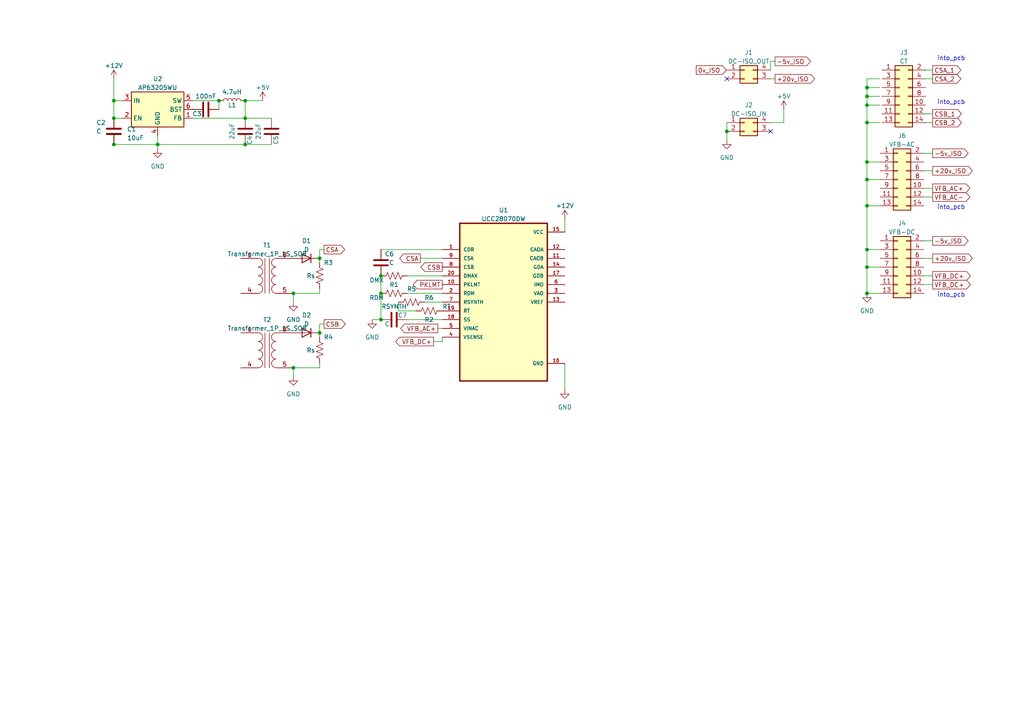
<source format=kicad_sch>
(kicad_sch (version 20230121) (generator eeschema)
  (paper "A4")
  (lib_symbols
    (symbol "Connector_Generic:Conn_02x02_Counter_Clockwise" (pin_names (offset 1.016) hide)
      (property "Reference" "J" (at 1.27 2.54 0))
      (property "Value" "Conn_02x02_Counter_Clockwise" (at 1.27 -5.08 0))
      (symbol "Conn_02x02_Counter_Clockwise_1_1"
        (rectangle (start -1.27 -2.413) (end 0 -2.667) (stroke (width 0.1524)))
        (rectangle (start -1.27 0.127) (end 0 -0.127) (stroke (width 0.1524)))
        (rectangle (start -1.27 1.27) (end 3.81 -3.81) (stroke (width 0.254)) (fill (type background)))
        (rectangle (start 3.81 -2.413) (end 2.54 -2.667) (stroke (width 0.1524)))
        (rectangle (start 3.81 0.127) (end 2.54 -0.127) (stroke (width 0.1524)))
        (pin passive line (at -5.08 0 0) (length 3.81) (name "Pin_1") (number "1"))
        (pin passive line (at -5.08 -2.54 0) (length 3.81) (name "Pin_2") (number "2"))
        (pin passive line (at 7.62 -2.54 180) (length 3.81) (name "Pin_3") (number "3"))
        (pin passive line (at 7.62 0 180) (length 3.81) (name "Pin_4") (number "4"))
      )
    )
    (symbol "Connector_Generic:Conn_02x07_Odd_Even" (pin_names (offset 1.016) hide)
      (property "Reference" "J" (at 1.27 10.16 0))
      (property "Value" "Conn_02x07_Odd_Even" (at 1.27 -10.16 0))
      (symbol "Conn_02x07_Odd_Even_1_1"
        (rectangle (start -1.27 -7.493) (end 0 -7.747) (stroke (width 0.1524)))
        (rectangle (start -1.27 -4.953) (end 0 -5.207) (stroke (width 0.1524)))
        (rectangle (start -1.27 -2.413) (end 0 -2.667) (stroke (width 0.1524)))
        (rectangle (start -1.27 0.127) (end 0 -0.127) (stroke (width 0.1524)))
        (rectangle (start -1.27 2.667) (end 0 2.413) (stroke (width 0.1524)))
        (rectangle (start -1.27 5.207) (end 0 4.953) (stroke (width 0.1524)))
        (rectangle (start -1.27 7.747) (end 0 7.493) (stroke (width 0.1524)))
        (rectangle (start -1.27 8.89) (end 3.81 -8.89) (stroke (width 0.254)) (fill (type background)))
        (rectangle (start 3.81 -7.493) (end 2.54 -7.747) (stroke (width 0.1524)))
        (rectangle (start 3.81 -4.953) (end 2.54 -5.207) (stroke (width 0.1524)))
        (rectangle (start 3.81 -2.413) (end 2.54 -2.667) (stroke (width 0.1524)))
        (rectangle (start 3.81 0.127) (end 2.54 -0.127) (stroke (width 0.1524)))
        (rectangle (start 3.81 2.667) (end 2.54 2.413) (stroke (width 0.1524)))
        (rectangle (start 3.81 5.207) (end 2.54 4.953) (stroke (width 0.1524)))
        (rectangle (start 3.81 7.747) (end 2.54 7.493) (stroke (width 0.1524)))
        (pin passive line (at -5.08 7.62 0) (length 3.81) (name "Pin_1") (number "1"))
        (pin passive line (at 7.62 -2.54 180) (length 3.81) (name "Pin_10") (number "10"))
        (pin passive line (at -5.08 -5.08 0) (length 3.81) (name "Pin_11") (number "11"))
        (pin passive line (at 7.62 -5.08 180) (length 3.81) (name "Pin_12") (number "12"))
        (pin passive line (at -5.08 -7.62 0) (length 3.81) (name "Pin_13") (number "13"))
        (pin passive line (at 7.62 -7.62 180) (length 3.81) (name "Pin_14") (number "14"))
        (pin passive line (at 7.62 7.62 180) (length 3.81) (name "Pin_2") (number "2"))
        (pin passive line (at -5.08 5.08 0) (length 3.81) (name "Pin_3") (number "3"))
        (pin passive line (at 7.62 5.08 180) (length 3.81) (name "Pin_4") (number "4"))
        (pin passive line (at -5.08 2.54 0) (length 3.81) (name "Pin_5") (number "5"))
        (pin passive line (at 7.62 2.54 180) (length 3.81) (name "Pin_6") (number "6"))
        (pin passive line (at -5.08 0 0) (length 3.81) (name "Pin_7") (number "7"))
        (pin passive line (at 7.62 0 180) (length 3.81) (name "Pin_8") (number "8"))
        (pin passive line (at -5.08 -2.54 0) (length 3.81) (name "Pin_9") (number "9"))
      )
    )
    (symbol "Device:C" (pin_numbers hide) (pin_names (offset 0.254))
      (property "Reference" "C" (at 0.635 2.54 0))
      (property "Value" "C" (at 0.635 -2.54 0))
      (symbol "C_0_1"
        (polyline (pts (xy -2.032 -0.762) (xy 2.032 -0.762)) (stroke (width 0.508)))
        (polyline (pts (xy -2.032 0.762) (xy 2.032 0.762)) (stroke (width 0.508)))
      )
      (symbol "C_1_1"
        (pin passive line (at 0 3.81 270) (length 2.794) (name "~") (number "1"))
        (pin passive line (at 0 -3.81 90) (length 2.794) (name "~") (number "2"))
      )
    )
    (symbol "Device:D" (pin_numbers hide) (pin_names (offset 1.016) hide)
      (property "Reference" "D" (at 0 2.54 0))
      (property "Value" "D" (at 0 -2.54 0))
      (symbol "D_0_1"
        (polyline (pts (xy -1.27 1.27) (xy -1.27 -1.27)) (stroke (width 0.254)))
        (polyline (pts (xy 1.27 0) (xy -1.27 0)))
        (polyline (pts (xy 1.27 1.27) (xy 1.27 -1.27) (xy -1.27 0) (xy 1.27 1.27)) (stroke (width 0.254)))
      )
      (symbol "D_1_1"
        (pin passive line (at -3.81 0 0) (length 2.54) (name "K") (number "1"))
        (pin passive line (at 3.81 0 180) (length 2.54) (name "A") (number "2"))
      )
    )
    (symbol "Device:L" (pin_numbers hide) (pin_names (offset 1.016) hide)
      (property "Reference" "L" (at -1.27 0 90))
      (property "Value" "L" (at 1.905 0 90))
      (symbol "L_0_1"
        (arc (start 0 -2.54) (mid 0.6323 -1.905) (end 0 -1.27))
        (arc (start 0 -1.27) (mid 0.6323 -0.635) (end 0 0))
        (arc (start 0 0) (mid 0.6323 0.635) (end 0 1.27))
        (arc (start 0 1.27) (mid 0.6323 1.905) (end 0 2.54))
      )
      (symbol "L_1_1"
        (pin passive line (at 0 3.81 270) (length 1.27) (name "1") (number "1"))
        (pin passive line (at 0 -3.81 90) (length 1.27) (name "2") (number "2"))
      )
    )
    (symbol "Device:R_US" (pin_numbers hide) (pin_names (offset 0))
      (property "Reference" "R" (at 2.54 0 90))
      (property "Value" "R_US" (at -2.54 0 90))
      (symbol "R_US_0_1"
        (polyline (pts (xy 0 -2.286) (xy 0 -2.54)))
        (polyline (pts (xy 0 2.286) (xy 0 2.54)))
        (polyline (pts (xy 0 -0.762) (xy 1.016 -1.143) (xy 0 -1.524) (xy -1.016 -1.905) (xy 0 -2.286)))
        (polyline (pts (xy 0 0.762) (xy 1.016 0.381) (xy 0 0) (xy -1.016 -0.381) (xy 0 -0.762)))
        (polyline (pts (xy 0 2.286) (xy 1.016 1.905) (xy 0 1.524) (xy -1.016 1.143) (xy 0 0.762)))
      )
      (symbol "R_US_1_1"
        (pin passive line (at 0 3.81 270) (length 1.27) (name "~") (number "1"))
        (pin passive line (at 0 -3.81 90) (length 1.27) (name "~") (number "2"))
      )
    )
    (symbol "Device:Transformer_1P_1S_SO8" (pin_names (offset 1.016) hide)
      (property "Reference" "T" (at 0 6.35 0))
      (property "Value" "Transformer_1P_1S_SO8" (at 0 -7.62 0))
      (symbol "Transformer_1P_1S_SO8_0_1"
        (arc (start -2.54 -5.0546) (mid -1.6599 -4.6901) (end -1.27 -3.81))
        (arc (start -2.54 -2.5146) (mid -1.6599 -2.1501) (end -1.27 -1.27))
        (arc (start -2.54 0.0254) (mid -1.6599 0.3899) (end -1.27 1.27))
        (arc (start -2.54 2.5654) (mid -1.6599 2.9299) (end -1.27 3.81))
        (arc (start -1.27 -3.81) (mid -1.642 -2.912) (end -2.54 -2.54))
        (arc (start -1.27 -1.27) (mid -1.642 -0.372) (end -2.54 0))
        (arc (start -1.27 1.27) (mid -1.642 2.168) (end -2.54 2.54))
        (arc (start -1.27 3.81) (mid -1.642 4.708) (end -2.54 5.08))
        (polyline (pts (xy -0.635 5.08) (xy -0.635 -5.08)))
        (polyline (pts (xy 0.635 -5.08) (xy 0.635 5.08)))
        (arc (start 1.2954 -1.27) (mid 1.6599 -2.1501) (end 2.54 -2.5146))
        (arc (start 1.2954 1.27) (mid 1.6599 0.3899) (end 2.54 0.0254))
        (arc (start 1.2954 3.81) (mid 1.6599 2.9299) (end 2.54 2.5654))
        (arc (start 1.3208 -3.81) (mid 1.6853 -4.6901) (end 2.5654 -5.0546))
        (arc (start 2.54 0) (mid 1.642 -0.372) (end 1.2954 -1.27))
        (arc (start 2.54 2.54) (mid 1.642 2.168) (end 1.2954 1.27))
        (arc (start 2.54 5.08) (mid 1.642 4.708) (end 1.2954 3.81))
        (arc (start 2.5654 -2.54) (mid 1.6674 -2.912) (end 1.3208 -3.81))
      )
      (symbol "Transformer_1P_1S_SO8_1_1"
        (pin passive line (at -7.62 5.08 0) (length 5.08) (name "AA") (number "1"))
        (pin passive line (at -7.62 -5.08 0) (length 5.08) (name "AB") (number "4"))
        (pin passive line (at 7.62 -5.08 180) (length 5.08) (name "SA") (number "5"))
        (pin passive line (at 7.62 5.08 180) (length 5.08) (name "SB") (number "8"))
      )
    )
    (symbol "Regulator_Switching:AP63205WU"
      (property "Reference" "U" (at -7.62 6.35 0))
      (property "Value" "AP63205WU" (at 2.54 6.35 0))
      (symbol "AP63205WU_0_1"
        (rectangle (start -7.62 5.08) (end 7.62 -5.08) (stroke (width 0.254)) (fill (type background)))
      )
      (symbol "AP63205WU_1_1"
        (pin input line (at 10.16 -2.54 180) (length 2.54) (name "FB") (number "1"))
        (pin input line (at -10.16 -2.54 0) (length 2.54) (name "EN") (number "2"))
        (pin power_in line (at -10.16 2.54 0) (length 2.54) (name "IN") (number "3"))
        (pin power_in line (at 0 -7.62 90) (length 2.54) (name "GND") (number "4"))
        (pin output line (at 10.16 2.54 180) (length 2.54) (name "SW") (number "5"))
        (pin passive line (at 10.16 0 180) (length 2.54) (name "BST") (number "6"))
      )
    )
    (symbol "UCC28070:UCC28070DW" (pin_names (offset 1.016))
      (property "Reference" "U" (at -12.7 23.86 0))
      (property "Value" "UCC28070DW" (at -12.7 -26.86 0))
      (symbol "UCC28070DW_0_0"
        (rectangle (start -12.7 -22.86) (end 12.7 22.86) (stroke (width 0.41)) (fill (type background)))
        (pin input line (at -17.78 15.24 0) (length 5.08) (name "CDR") (number "1"))
        (pin input line (at -17.78 5.08 0) (length 5.08) (name "PKLMT") (number "10"))
        (pin output line (at 17.78 12.7 180) (length 5.08) (name "CAOB") (number "11"))
        (pin output line (at 17.78 15.24 180) (length 5.08) (name "CAOA") (number "12"))
        (pin output line (at 17.78 0 180) (length 5.08) (name "VREF") (number "13"))
        (pin output line (at 17.78 10.16 180) (length 5.08) (name "GDA") (number "14"))
        (pin power_in line (at 17.78 20.32 180) (length 5.08) (name "VCC") (number "15"))
        (pin power_in line (at 17.78 -17.78 180) (length 5.08) (name "GND") (number "16"))
        (pin output line (at 17.78 7.62 180) (length 5.08) (name "GDB") (number "17"))
        (pin input line (at -17.78 -5.08 0) (length 5.08) (name "SS") (number "18"))
        (pin input line (at -17.78 -2.54 0) (length 5.08) (name "RT") (number "19"))
        (pin input line (at -17.78 2.54 0) (length 5.08) (name "RDM") (number "2"))
        (pin input line (at -17.78 7.62 0) (length 5.08) (name "DMAX") (number "20"))
        (pin output line (at 17.78 2.54 180) (length 5.08) (name "VAO") (number "3"))
        (pin input line (at -17.78 -10.16 0) (length 5.08) (name "VSENSE") (number "4"))
        (pin input line (at -17.78 -7.62 0) (length 5.08) (name "VINAC") (number "5"))
        (pin output line (at 17.78 5.08 180) (length 5.08) (name "IMO") (number "6"))
        (pin input line (at -17.78 0 0) (length 5.08) (name "RSYNTH") (number "7"))
        (pin input line (at -17.78 10.16 0) (length 5.08) (name "CSB") (number "8"))
        (pin input line (at -17.78 12.7 0) (length 5.08) (name "CSA") (number "9"))
      )
    )
    (symbol "power:+12V" (power) (pin_names (offset 0))
      (property "Value" "+12V" (at 0 3.556 0))
      (symbol "+12V_0_1"
        (polyline (pts (xy -0.762 1.27) (xy 0 2.54)))
        (polyline (pts (xy 0 0) (xy 0 2.54)))
        (polyline (pts (xy 0 2.54) (xy 0.762 1.27)))
      )
      (symbol "+12V_1_1"
        (pin power_in line (at 0 0 90) (length 0) hide (name "+12V") (number "1"))
      )
    )
    (symbol "power:+5V" (power) (pin_names (offset 0))
      (property "Value" "+5V" (at 0 3.556 0))
      (symbol "+5V_0_1"
        (polyline (pts (xy -0.762 1.27) (xy 0 2.54)))
        (polyline (pts (xy 0 0) (xy 0 2.54)))
        (polyline (pts (xy 0 2.54) (xy 0.762 1.27)))
      )
      (symbol "+5V_1_1"
        (pin power_in line (at 0 0 90) (length 0) hide (name "+5V") (number "1"))
      )
    )
    (symbol "power:GND" (power) (pin_names (offset 0))
      (property "Value" "GND" (at 0 -3.81 0))
      (symbol "GND_0_1"
        (polyline (pts (xy 0 0) (xy 0 -1.27) (xy 1.27 -1.27) (xy 0 -2.54) (xy -1.27 -1.27) (xy 0 -1.27)))
      )
      (symbol "GND_1_1"
        (pin power_in line (at 0 0 270) (length 0) hide (name "GND") (number "1"))
      )
    )
  )
  (junction (at 110.49 92.71))
  (junction (at 45.72 41.91))
  (junction (at 110.49 85.09))
  (junction (at 33.02 29.21))
  (junction (at 85.09 85.09))
  (junction (at 71.12 29.21))
  (junction (at 251.46 85.09))
  (junction (at 33.02 41.91))
  (junction (at 210.82 38.1))
  (junction (at 251.46 27.94))
  (junction (at 71.12 34.29))
  (junction (at 92.71 96.52))
  (junction (at 85.09 106.68))
  (junction (at 251.46 46.99))
  (junction (at 251.46 30.48))
  (junction (at 92.71 74.93))
  (junction (at 110.49 80.01))
  (junction (at 251.46 52.07))
  (junction (at 251.46 25.4))
  (junction (at 33.02 34.29))
  (junction (at 251.46 72.39))
  (junction (at 251.46 35.56))
  (junction (at 71.12 41.91))
  (junction (at 63.5 29.21))
  (junction (at 251.46 59.69))
  (junction (at 251.46 77.47))
  (no_connect (at 223.52 38.1))
  (no_connect (at 210.82 22.86))
  (wire (pts (xy 251.46 52.07) (xy 255.27 52.07)))
  (wire (pts (xy 45.72 41.91) (xy 71.12 41.91)))
  (wire (pts (xy 270.51 82.55) (xy 267.97 82.55)))
  (wire (pts (xy 92.71 96.52) (xy 92.71 97.79)))
  (wire (pts (xy 110.49 80.01) (xy 110.49 85.09)))
  (wire (pts (xy 71.12 34.29) (xy 55.88 34.29)))
  (wire (pts (xy 270.51 80.01) (xy 267.97 80.01)))
  (wire (pts (xy 255.27 22.86) (xy 251.46 22.86)))
  (wire (pts (xy 33.02 22.86) (xy 33.02 29.21)))
  (wire (pts (xy 33.02 34.29) (xy 33.02 29.21)))
  (wire (pts (xy 110.49 72.39) (xy 128.27 72.39)))
  (wire (pts (xy 71.12 34.29) (xy 78.74 34.29)))
  (wire (pts (xy 270.51 35.56) (xy 267.97 35.56)))
  (wire (pts (xy 251.46 22.86) (xy 251.46 25.4)))
  (wire (pts (xy 251.46 25.4) (xy 251.46 27.94)))
  (wire (pts (xy 33.02 29.21) (xy 35.56 29.21)))
  (wire (pts (xy 45.72 41.91) (xy 45.72 43.18)))
  (wire (pts (xy 270.51 22.86) (xy 267.97 22.86)))
  (wire (pts (xy 92.71 74.93) (xy 92.71 76.2)))
  (wire (pts (xy 223.52 17.78) (xy 223.52 20.32)))
  (wire (pts (xy 251.46 25.4) (xy 255.27 25.4)))
  (wire (pts (xy 267.97 74.93) (xy 270.51 74.93)))
  (wire (pts (xy 71.12 41.91) (xy 78.74 41.91)))
  (wire (pts (xy 45.72 41.91) (xy 45.72 39.37)))
  (wire (pts (xy 92.71 72.39) (xy 92.71 74.93)))
  (wire (pts (xy 118.11 85.09) (xy 128.27 85.09)))
  (wire (pts (xy 163.83 105.41) (xy 163.83 113.03)))
  (wire (pts (xy 267.97 49.53) (xy 270.51 49.53)))
  (wire (pts (xy 118.11 92.71) (xy 128.27 92.71)))
  (wire (pts (xy 125.73 99.06) (xy 128.27 99.06)))
  (wire (pts (xy 85.09 106.68) (xy 85.09 109.22)))
  (wire (pts (xy 251.46 77.47) (xy 251.46 85.09)))
  (wire (pts (xy 92.71 93.98) (xy 92.71 96.52)))
  (wire (pts (xy 251.46 59.69) (xy 255.27 59.69)))
  (wire (pts (xy 251.46 46.99) (xy 251.46 52.07)))
  (wire (pts (xy 92.71 85.09) (xy 92.71 83.82)))
  (wire (pts (xy 71.12 29.21) (xy 76.2 29.21)))
  (wire (pts (xy 223.52 35.56) (xy 227.33 35.56)))
  (wire (pts (xy 267.97 44.45) (xy 270.51 44.45)))
  (wire (pts (xy 35.56 34.29) (xy 33.02 34.29)))
  (wire (pts (xy 251.46 30.48) (xy 255.27 30.48)))
  (wire (pts (xy 127 95.25) (xy 128.27 95.25)))
  (wire (pts (xy 107.95 92.71) (xy 110.49 92.71)))
  (wire (pts (xy 270.51 20.32) (xy 267.97 20.32)))
  (wire (pts (xy 110.49 85.09) (xy 110.49 92.71)))
  (wire (pts (xy 270.51 57.15) (xy 267.97 57.15)))
  (wire (pts (xy 267.97 69.85) (xy 270.51 69.85)))
  (wire (pts (xy 251.46 30.48) (xy 251.46 35.56)))
  (wire (pts (xy 93.98 93.98) (xy 92.71 93.98)))
  (wire (pts (xy 251.46 72.39) (xy 255.27 72.39)))
  (wire (pts (xy 128.27 99.06) (xy 128.27 97.79)))
  (wire (pts (xy 224.79 22.86) (xy 223.52 22.86)))
  (wire (pts (xy 55.88 29.21) (xy 63.5 29.21)))
  (wire (pts (xy 251.46 72.39) (xy 251.46 77.47)))
  (wire (pts (xy 71.12 29.21) (xy 71.12 34.29)))
  (wire (pts (xy 123.19 87.63) (xy 128.27 87.63)))
  (wire (pts (xy 118.11 80.01) (xy 128.27 80.01)))
  (wire (pts (xy 121.92 74.93) (xy 128.27 74.93)))
  (wire (pts (xy 210.82 38.1) (xy 210.82 40.64)))
  (wire (pts (xy 85.09 85.09) (xy 85.09 87.63)))
  (wire (pts (xy 210.82 35.56) (xy 210.82 38.1)))
  (wire (pts (xy 163.83 63.5) (xy 163.83 67.31)))
  (wire (pts (xy 251.46 27.94) (xy 251.46 30.48)))
  (wire (pts (xy 255.27 46.99) (xy 251.46 46.99)))
  (wire (pts (xy 85.09 106.68) (xy 92.71 106.68)))
  (wire (pts (xy 63.5 29.21) (xy 63.5 31.75)))
  (wire (pts (xy 270.51 33.02) (xy 267.97 33.02)))
  (wire (pts (xy 224.79 17.78) (xy 223.52 17.78)))
  (wire (pts (xy 92.71 106.68) (xy 92.71 105.41)))
  (wire (pts (xy 251.46 35.56) (xy 251.46 46.99)))
  (wire (pts (xy 115.57 90.17) (xy 120.65 90.17)))
  (wire (pts (xy 251.46 77.47) (xy 255.27 77.47)))
  (wire (pts (xy 251.46 52.07) (xy 251.46 59.69)))
  (wire (pts (xy 251.46 35.56) (xy 255.27 35.56)))
  (wire (pts (xy 85.09 85.09) (xy 92.71 85.09)))
  (wire (pts (xy 270.51 54.61) (xy 267.97 54.61)))
  (wire (pts (xy 93.98 72.39) (xy 92.71 72.39)))
  (wire (pts (xy 227.33 35.56) (xy 227.33 31.75)))
  (wire (pts (xy 251.46 85.09) (xy 255.27 85.09)))
  (wire (pts (xy 251.46 59.69) (xy 251.46 72.39)))
  (wire (pts (xy 115.57 87.63) (xy 115.57 90.17)))
  (wire (pts (xy 251.46 27.94) (xy 255.27 27.94)))
  (wire (pts (xy 33.02 41.91) (xy 45.72 41.91)))
  (text "into_pcb" (at 271.78 30.48 0) (effects (font (size 1.27 1.27)) (justify left bottom)))
  (text "into_pcb" (at 271.78 17.78 0) (effects (font (size 1.27 1.27)) (justify left bottom)))
  (text "into_pcb" (at 271.78 86.36 0) (effects (font (size 1.27 1.27)) (justify left bottom)))
  (text "into_pcb" (at 271.78 60.96 0) (effects (font (size 1.27 1.27)) (justify left bottom)))
  (global_label "+20v_ISO" (shape output) (at 224.79 22.86 0) (property "Intersheetrefs" "${INTERSHEET_REFS}" (effects hide)))
  (global_label "-5v_ISO" (shape output) (at 224.79 17.78 0) (property "Intersheetrefs" "${INTERSHEET_REFS}" (effects hide)))
  (global_label "VFB_DC+" (shape output) (at 270.51 82.55 0) (property "Intersheetrefs" "${INTERSHEET_REFS}" (effects hide)))
  (global_label "CSB_1" (shape output) (at 270.51 33.02 0) (property "Intersheetrefs" "${INTERSHEET_REFS}" (effects hide)))
  (global_label "+20v_ISO" (shape output) (at 270.51 74.93 0) (property "Intersheetrefs" "${INTERSHEET_REFS}" (effects hide)))
  (global_label "VFB_AC+" (shape output) (at 127 95.25 180) (property "Intersheetrefs" "${INTERSHEET_REFS}" (effects hide)))
  (global_label "VFB_DC+" (shape output) (at 270.51 80.01 0) (property "Intersheetrefs" "${INTERSHEET_REFS}" (effects hide)))
  (global_label "CSB" (shape output) (at 93.98 93.98 0) (property "Intersheetrefs" "${INTERSHEET_REFS}" (effects hide)))
  (global_label "CSA" (shape output) (at 121.92 74.93 180) (property "Intersheetrefs" "${INTERSHEET_REFS}" (effects hide)))
  (global_label "CSA_1" (shape output) (at 270.51 20.32 0) (property "Intersheetrefs" "${INTERSHEET_REFS}" (effects hide)))
  (global_label "CSA_2" (shape output) (at 270.51 22.86 0) (property "Intersheetrefs" "${INTERSHEET_REFS}" (effects hide)))
  (global_label "CSB_2" (shape output) (at 270.51 35.56 0) (property "Intersheetrefs" "${INTERSHEET_REFS}" (effects hide)))
  (global_label "-5v_ISO" (shape output) (at 270.51 44.45 0) (property "Intersheetrefs" "${INTERSHEET_REFS}" (effects hide)))
  (global_label "PKLMT" (shape output) (at 128.27 82.55 180) (property "Intersheetrefs" "${INTERSHEET_REFS}" (effects hide)))
  (global_label "-5v_ISO" (shape output) (at 270.51 69.85 0) (property "Intersheetrefs" "${INTERSHEET_REFS}" (effects hide)))
  (global_label "0v_ISO" (shape output) (at 201.93 20.32 0) (property "Intersheetrefs" "${INTERSHEET_REFS}" (effects hide)))
  (global_label "VFB_DC+" (shape output) (at 125.73 99.06 180) (property "Intersheetrefs" "${INTERSHEET_REFS}" (effects hide)))
  (global_label "VFB_AC-" (shape output) (at 270.51 57.15 0) (property "Intersheetrefs" "${INTERSHEET_REFS}" (effects hide)))
  (global_label "CSB" (shape output) (at 128.27 77.47 180) (property "Intersheetrefs" "${INTERSHEET_REFS}" (effects hide)))
  (global_label "VFB_AC+" (shape output) (at 270.51 54.61 0) (property "Intersheetrefs" "${INTERSHEET_REFS}" (effects hide)))
  (global_label "+20v_ISO" (shape output) (at 270.51 49.53 0) (property "Intersheetrefs" "${INTERSHEET_REFS}" (effects hide)))
  (global_label "CSA" (shape output) (at 93.98 72.39 0) (property "Intersheetrefs" "${INTERSHEET_REFS}" (effects hide)))
  (symbol (lib_id "Device:D") (at 88.9 74.93 180) (unit 1)
    (property "Reference" "D1" (at 88.9 69.85 0))
    (property "Value" "D" (at 88.9 72.39 0))
    (property "Sim.Device" "D" (effects hide))
    (property "Sim.Pins" "1=K 2=A" (effects hide))
  )
  (symbol (lib_id "power:GND") (at 210.82 40.64 0) (unit 1)
    (property "Reference" "#PWR02" (effects hide))
    (property "Value" "GND" (at 210.82 45.72 0))
  )
  (symbol (lib_id "Device:R_US") (at 124.46 90.17 270) (unit 1)
    (property "Reference" "R2" (at 124.46 92.71 90))
    (property "Value" "RT" (at 129.54 88.9 90))
  )
  (symbol (lib_id "Device:C") (at 110.49 76.2 180) (unit 1)
    (property "Reference" "C6" (at 114.3 73.66 0) (effects (justify left)))
    (property "Value" "C" (at 114.3 76.2 0) (effects (justify left)))
  )
  (symbol (lib_id "Device:Transformer_1P_1S_SO8") (at 77.47 101.6 0) (unit 1)
    (property "Reference" "T2" (at 77.4827 92.71 0))
    (property "Value" "Transformer_1P_1S_SO8" (at 77.4827 95.25 0))
  )
  (symbol (lib_id "power:GND") (at 107.95 92.71 0) (unit 1)
    (property "Reference" "#PWR011" (effects hide))
    (property "Value" "GND" (at 107.95 97.79 0))
  )
  (symbol (lib_id "Connector_Generic:Conn_02x07_Odd_Even") (at 260.8681 27.9355 0) (unit 1)
    (property "Reference" "J3" (at 262.1381 15.2355 0))
    (property "Value" "CT" (at 262.1381 17.7755 0))
  )
  (symbol (lib_id "Connector_Generic:Conn_02x07_Odd_Even") (at 260.35 52.07 0) (unit 1)
    (property "Reference" "J6" (at 261.62 39.37 0))
    (property "Value" "VFB-AC" (at 261.62 41.91 0))
  )
  (symbol (lib_id "power:GND") (at 251.46 85.09 0) (unit 1)
    (property "Reference" "#PWR07" (effects hide))
    (property "Value" "GND" (at 251.46 90.17 0))
  )
  (symbol (lib_id "Regulator_Switching:AP63205WU") (at 45.72 31.75 0) (unit 1)
    (property "Reference" "U2" (at 45.72 22.86 0))
    (property "Value" "AP63205WU" (at 45.72 25.4 0))
    (property "Footprint" "Package_TO_SOT_SMD:TSOT-23-6" (effects hide))
    (property "Datasheet" "https://www.diodes.com/assets/Datasheets/AP63200-AP63201-AP63203-AP63205.pdf" (effects hide))
  )
  (symbol (lib_id "Device:R_US") (at 114.3 85.09 270) (unit 1)
    (property "Reference" "R5" (at 119.38 83.82 90))
    (property "Value" "RDM" (at 109.22 86.36 90))
  )
  (symbol (lib_id "Device:C") (at 78.74 38.1 180) (unit 1)
    (property "Reference" "C5" (at 80.01 40.64 90))
    (property "Value" "22uF" (at 74.93 38.1 90))
  )
  (symbol (lib_id "power:GND") (at 45.72 43.18 0) (unit 1)
    (property "Reference" "#PWR04" (effects hide))
    (property "Value" "GND" (at 45.72 48.26 0))
  )
  (symbol (lib_id "Device:D") (at 88.9 96.52 180) (unit 1)
    (property "Reference" "D2" (at 88.9 91.44 0))
    (property "Value" "D" (at 88.9 93.98 0))
    (property "Sim.Device" "D" (effects hide))
    (property "Sim.Pins" "1=K 2=A" (effects hide))
  )
  (symbol (lib_id "Device:C") (at 33.02 38.1 0) (unit 1)
    (property "Reference" "C2" (at 27.94 35.56 0) (effects (justify left)))
    (property "Value" "C" (at 27.94 38.1 0) (effects (justify left)))
  )
  (symbol (lib_id "Connector_Generic:Conn_02x07_Odd_Even") (at 260.35 77.47 0) (unit 1)
    (property "Reference" "J4" (at 261.62 64.77 0))
    (property "Value" "VFB-DC" (at 261.62 67.31 0))
  )
  (symbol (lib_id "power:+5V") (at 227.33 31.75 0) (unit 1)
    (property "Reference" "#PWR05" (effects hide))
    (property "Value" "+5V" (at 227.33 27.94 0))
  )
  (symbol (lib_id "power:GND") (at 85.09 87.63 0) (unit 1)
    (property "Reference" "#PWR09" (effects hide))
    (property "Value" "GND" (at 85.09 92.71 0))
  )
  (symbol (lib_id "power:GND") (at 163.83 113.03 0) (unit 1)
    (property "Reference" "#PWR08" (effects hide))
    (property "Value" "GND" (at 163.83 118.11 0))
  )
  (symbol (lib_id "power:GND") (at 85.09 109.22 0) (unit 1)
    (property "Reference" "#PWR010" (effects hide))
    (property "Value" "GND" (at 85.09 114.3 0))
  )
  (symbol (lib_id "Device:Transformer_1P_1S_SO8") (at 77.47 80.01 0) (unit 1)
    (property "Reference" "T1" (at 77.4827 71.12 0))
    (property "Value" "Transformer_1P_1S_SO8" (at 77.4827 73.66 0))
  )
  (symbol (lib_id "Device:R_US") (at 92.71 80.01 0) (unit 1)
    (property "Reference" "R3" (at 95.25 76.2 0))
    (property "Value" "Rs" (at 90.17 80.01 0))
  )
  (symbol (lib_id "power:+5V") (at 76.2 29.21 0) (unit 1)
    (property "Reference" "#PWR01" (effects hide))
    (property "Value" "+5V" (at 76.2 25.4 0))
  )
  (symbol (lib_id "Device:R_US") (at 119.38 87.63 270) (unit 1)
    (property "Reference" "R6" (at 124.46 86.36 90))
    (property "Value" "RSYNTH" (at 114.3 88.9 90))
  )
  (symbol (lib_id "Device:L") (at 67.31 29.21 90) (unit 1)
    (property "Reference" "L1" (at 67.31 30.48 90))
    (property "Value" "4.7uH" (at 67.31 26.67 90))
  )
  (symbol (lib_id "Device:R_US") (at 114.3 80.01 270) (unit 1)
    (property "Reference" "R1" (at 114.3 82.55 90))
    (property "Value" "DMX" (at 109.22 81.28 90))
  )
  (symbol (lib_id "UCC28070:UCC28070DW") (at 146.05 87.63 0) (unit 1)
    (property "Reference" "U1" (at 146.05 60.96 0))
    (property "Value" "UCC28070DW" (at 146.05 63.5 0))
    (property "Footprint" "UCC28070DW:SOIC127P1030X265-20N" (effects hide))
    (property "MF" "Texas Instruments" (effects hide))
    (property "Description" "\nTwo-phase Interleaved continuous conduction mode (CCM) PFC controller\n" (effects hide))
    (property "Package" "SOIC-20 Texas Instruments" (effects hide))
    (property "Price" "None" (effects hide))
    (property "SnapEDA_Link" "https://www.snapeda.com/parts/UCC28070DW/Texas+Instruments/view-part/?ref=snap" (effects hide))
    (property "MP" "UCC28070DW" (effects hide))
    (property "Purchase-URL" "https://www.snapeda.com/api/url_track_click_mouser/?unipart_id=572396&manufacturer=Texas Instruments&part_name=UCC28070DW&search_term=ucc28070" (effects hide))
    (property "Availability" "In Stock" (effects hide))
    (property "Check_prices" "https://www.snapeda.com/parts/UCC28070DW/Texas+Instruments/view-part/?ref=eda" (effects hide))
  )
  (symbol (lib_id "Connector_Generic:Conn_02x02_Counter_Clockwise") (at 215.9 35.56 0) (unit 1)
    (property "Reference" "J2" (at 217.17 30.48 0))
    (property "Value" "DC-ISO_IN" (at 217.17 33.02 0))
  )
  (symbol (lib_id "Device:C") (at 114.3 92.71 90) (unit 1)
    (property "Reference" "C7" (at 118.11 91.44 90) (effects (justify left)))
    (property "Value" "C" (at 113.03 93.98 90) (effects (justify left)))
  )
  (symbol (lib_id "Device:R_US") (at 92.71 101.6 0) (unit 1)
    (property "Reference" "R4" (at 95.25 97.79 0))
    (property "Value" "Rs" (at 90.17 101.6 0))
  )
  (symbol (lib_id "Connector_Generic:Conn_02x02_Counter_Clockwise") (at 215.9 20.32 0) (unit 1)
    (property "Reference" "J1" (at 217.17 15.24 0))
    (property "Value" "DC-ISO_OUT" (at 217.17 17.78 0))
  )
  (symbol (lib_id "power:+12V") (at 163.83 63.5 0) (unit 1)
    (property "Reference" "#PWR06" (effects hide))
    (property "Value" "+12V" (at 163.83 59.69 0))
  )
  (symbol (lib_id "power:+12V") (at 33.02 22.86 0) (unit 1)
    (property "Reference" "#PWR03" (effects hide))
    (property "Value" "+12V" (at 33.02 19.05 0))
  )
  (symbol (lib_id "Device:C") (at 33.02 38.1 0) (unit 1)
    (property "Reference" "C1" (at 36.83 37.465 0) (effects (justify left)))
    (property "Value" "10uF" (at 36.83 40.005 0) (effects (justify left)))
  )
  (symbol (lib_id "Device:C") (at 71.12 38.1 180) (unit 1)
    (property "Reference" "C4" (at 72.39 40.64 90))
    (property "Value" "22uF" (at 67.31 38.1 90))
  )
  (symbol (lib_id "Device:C") (at 59.69 31.75 90) (unit 1)
    (property "Reference" "C3" (at 57.15 33.02 90))
    (property "Value" "100nF" (at 59.69 27.94 90))
  )
)
</source>
